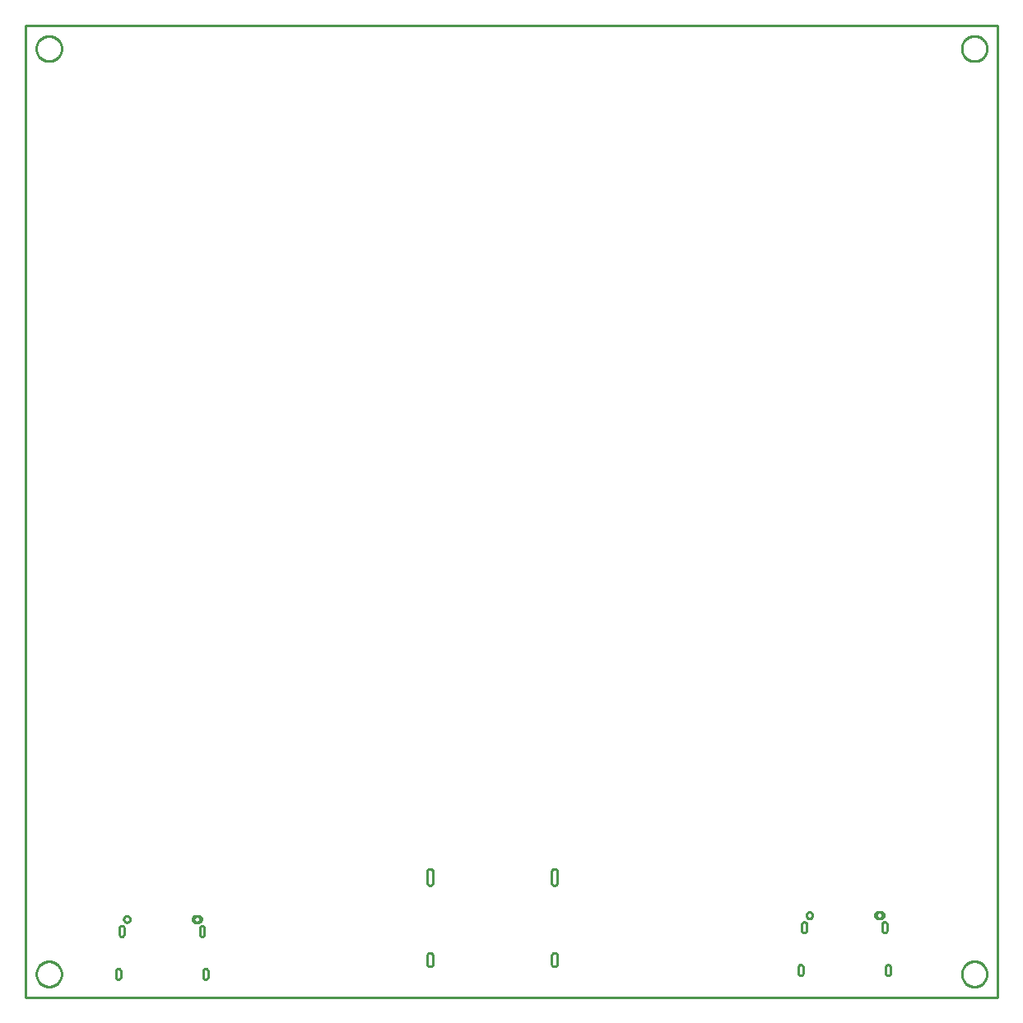
<source format=gbr>
G04 EAGLE Gerber RS-274X export*
G75*
%MOMM*%
%FSLAX34Y34*%
%LPD*%
%IN*%
%IPPOS*%
%AMOC8*
5,1,8,0,0,1.08239X$1,22.5*%
G01*
%ADD10C,0.254000*%


D10*
X0Y0D02*
X1000000Y0D01*
X1000000Y1000000D01*
X0Y1000000D01*
X0Y0D01*
X541000Y118250D02*
X541011Y117989D01*
X541046Y117729D01*
X541102Y117474D01*
X541181Y117224D01*
X541281Y116982D01*
X541402Y116750D01*
X541543Y116529D01*
X541702Y116322D01*
X541879Y116129D01*
X542072Y115952D01*
X542279Y115793D01*
X542500Y115652D01*
X542732Y115531D01*
X542974Y115431D01*
X543224Y115352D01*
X543479Y115296D01*
X543739Y115261D01*
X544000Y115250D01*
X544261Y115261D01*
X544521Y115296D01*
X544776Y115352D01*
X545026Y115431D01*
X545268Y115531D01*
X545500Y115652D01*
X545721Y115793D01*
X545928Y115952D01*
X546121Y116129D01*
X546298Y116322D01*
X546457Y116529D01*
X546598Y116750D01*
X546719Y116982D01*
X546819Y117224D01*
X546898Y117474D01*
X546954Y117729D01*
X546989Y117989D01*
X547000Y118250D01*
X547000Y129250D01*
X546989Y129511D01*
X546954Y129771D01*
X546898Y130026D01*
X546819Y130276D01*
X546719Y130518D01*
X546598Y130750D01*
X546457Y130971D01*
X546298Y131178D01*
X546121Y131371D01*
X545928Y131548D01*
X545721Y131707D01*
X545500Y131848D01*
X545268Y131969D01*
X545026Y132069D01*
X544776Y132148D01*
X544521Y132204D01*
X544261Y132239D01*
X544000Y132250D01*
X543739Y132239D01*
X543479Y132204D01*
X543224Y132148D01*
X542974Y132069D01*
X542732Y131969D01*
X542500Y131848D01*
X542279Y131707D01*
X542072Y131548D01*
X541879Y131371D01*
X541702Y131178D01*
X541543Y130971D01*
X541402Y130750D01*
X541281Y130518D01*
X541181Y130276D01*
X541102Y130026D01*
X541046Y129771D01*
X541011Y129511D01*
X541000Y129250D01*
X541000Y118250D01*
X179000Y65100D02*
X179010Y64882D01*
X179038Y64666D01*
X179085Y64453D01*
X179151Y64245D01*
X179234Y64043D01*
X179335Y63850D01*
X179452Y63666D01*
X179585Y63493D01*
X179732Y63332D01*
X179893Y63185D01*
X180066Y63052D01*
X180250Y62935D01*
X180443Y62834D01*
X180645Y62751D01*
X180853Y62685D01*
X181066Y62638D01*
X181282Y62610D01*
X181500Y62600D01*
X181718Y62610D01*
X181934Y62638D01*
X182147Y62685D01*
X182355Y62751D01*
X182557Y62834D01*
X182750Y62935D01*
X182934Y63052D01*
X183107Y63185D01*
X183268Y63332D01*
X183415Y63493D01*
X183548Y63666D01*
X183665Y63850D01*
X183766Y64043D01*
X183849Y64245D01*
X183915Y64453D01*
X183962Y64666D01*
X183991Y64882D01*
X184000Y65100D01*
X184000Y71100D01*
X183991Y71318D01*
X183962Y71534D01*
X183915Y71747D01*
X183849Y71955D01*
X183766Y72157D01*
X183665Y72350D01*
X183548Y72534D01*
X183415Y72707D01*
X183268Y72868D01*
X183107Y73015D01*
X182934Y73148D01*
X182750Y73265D01*
X182557Y73366D01*
X182355Y73449D01*
X182147Y73515D01*
X181934Y73562D01*
X181718Y73591D01*
X181500Y73600D01*
X181282Y73591D01*
X181066Y73562D01*
X180853Y73515D01*
X180645Y73449D01*
X180443Y73366D01*
X180250Y73265D01*
X180066Y73148D01*
X179893Y73015D01*
X179732Y72868D01*
X179585Y72707D01*
X179452Y72534D01*
X179335Y72350D01*
X179234Y72157D01*
X179151Y71955D01*
X179085Y71747D01*
X179038Y71534D01*
X179010Y71318D01*
X179000Y71100D01*
X179000Y65100D01*
X182600Y21100D02*
X182610Y20882D01*
X182638Y20666D01*
X182685Y20453D01*
X182751Y20245D01*
X182834Y20043D01*
X182935Y19850D01*
X183052Y19666D01*
X183185Y19493D01*
X183332Y19332D01*
X183493Y19185D01*
X183666Y19052D01*
X183850Y18935D01*
X184043Y18834D01*
X184245Y18751D01*
X184453Y18685D01*
X184666Y18638D01*
X184882Y18610D01*
X185100Y18600D01*
X185318Y18610D01*
X185534Y18638D01*
X185747Y18685D01*
X185955Y18751D01*
X186157Y18834D01*
X186350Y18935D01*
X186534Y19052D01*
X186707Y19185D01*
X186868Y19332D01*
X187015Y19493D01*
X187148Y19666D01*
X187265Y19850D01*
X187366Y20043D01*
X187449Y20245D01*
X187515Y20453D01*
X187562Y20666D01*
X187591Y20882D01*
X187600Y21100D01*
X187600Y27100D01*
X187591Y27318D01*
X187562Y27534D01*
X187515Y27747D01*
X187449Y27955D01*
X187366Y28157D01*
X187265Y28350D01*
X187148Y28534D01*
X187015Y28707D01*
X186868Y28868D01*
X186707Y29015D01*
X186534Y29148D01*
X186350Y29265D01*
X186157Y29366D01*
X185955Y29449D01*
X185747Y29515D01*
X185534Y29562D01*
X185318Y29591D01*
X185100Y29600D01*
X184882Y29591D01*
X184666Y29562D01*
X184453Y29515D01*
X184245Y29449D01*
X184043Y29366D01*
X183850Y29265D01*
X183666Y29148D01*
X183493Y29015D01*
X183332Y28868D01*
X183185Y28707D01*
X183052Y28534D01*
X182935Y28350D01*
X182834Y28157D01*
X182751Y27955D01*
X182685Y27747D01*
X182638Y27534D01*
X182610Y27318D01*
X182600Y27100D01*
X182600Y21100D01*
X873550Y84500D02*
X873562Y84217D01*
X873599Y83936D01*
X873661Y83659D01*
X873746Y83388D01*
X873855Y83127D01*
X873985Y82875D01*
X874138Y82636D01*
X874310Y82411D01*
X874502Y82202D01*
X874711Y82010D01*
X874936Y81838D01*
X875175Y81685D01*
X875427Y81555D01*
X875688Y81446D01*
X875959Y81361D01*
X876236Y81299D01*
X876517Y81262D01*
X876800Y81250D01*
X879800Y81250D01*
X880083Y81262D01*
X880364Y81299D01*
X880641Y81361D01*
X880912Y81446D01*
X881174Y81555D01*
X881425Y81685D01*
X881664Y81838D01*
X881889Y82010D01*
X882098Y82202D01*
X882290Y82411D01*
X882462Y82636D01*
X882615Y82875D01*
X882746Y83127D01*
X882854Y83388D01*
X882939Y83659D01*
X883001Y83936D01*
X883038Y84217D01*
X883050Y84500D01*
X883038Y84783D01*
X883001Y85064D01*
X882939Y85341D01*
X882854Y85612D01*
X882746Y85874D01*
X882615Y86125D01*
X882462Y86364D01*
X882290Y86589D01*
X882098Y86798D01*
X881889Y86990D01*
X881664Y87162D01*
X881425Y87315D01*
X881174Y87446D01*
X880912Y87554D01*
X880641Y87639D01*
X880364Y87701D01*
X880083Y87738D01*
X879800Y87750D01*
X876800Y87750D01*
X876517Y87738D01*
X876236Y87701D01*
X875959Y87639D01*
X875688Y87554D01*
X875427Y87446D01*
X875175Y87315D01*
X874936Y87162D01*
X874711Y86990D01*
X874502Y86798D01*
X874310Y86589D01*
X874138Y86364D01*
X873985Y86125D01*
X873855Y85874D01*
X873746Y85612D01*
X873661Y85341D01*
X873599Y85064D01*
X873562Y84783D01*
X873550Y84500D01*
X881100Y69100D02*
X881110Y68882D01*
X881138Y68666D01*
X881185Y68453D01*
X881251Y68245D01*
X881334Y68043D01*
X881435Y67850D01*
X881552Y67666D01*
X881685Y67493D01*
X881832Y67332D01*
X881993Y67185D01*
X882166Y67052D01*
X882350Y66935D01*
X882543Y66834D01*
X882745Y66751D01*
X882953Y66685D01*
X883166Y66638D01*
X883382Y66610D01*
X883600Y66600D01*
X883818Y66610D01*
X884034Y66638D01*
X884247Y66685D01*
X884455Y66751D01*
X884657Y66834D01*
X884850Y66935D01*
X885034Y67052D01*
X885207Y67185D01*
X885368Y67332D01*
X885515Y67493D01*
X885648Y67666D01*
X885765Y67850D01*
X885866Y68043D01*
X885949Y68245D01*
X886015Y68453D01*
X886062Y68666D01*
X886091Y68882D01*
X886100Y69100D01*
X886100Y75100D01*
X886091Y75318D01*
X886062Y75534D01*
X886015Y75747D01*
X885949Y75955D01*
X885866Y76157D01*
X885765Y76350D01*
X885648Y76534D01*
X885515Y76707D01*
X885368Y76868D01*
X885207Y77015D01*
X885034Y77148D01*
X884850Y77265D01*
X884657Y77366D01*
X884455Y77449D01*
X884247Y77515D01*
X884034Y77562D01*
X883818Y77591D01*
X883600Y77600D01*
X883382Y77591D01*
X883166Y77562D01*
X882953Y77515D01*
X882745Y77449D01*
X882543Y77366D01*
X882350Y77265D01*
X882166Y77148D01*
X881993Y77015D01*
X881832Y76868D01*
X881685Y76707D01*
X881552Y76534D01*
X881435Y76350D01*
X881334Y76157D01*
X881251Y75955D01*
X881185Y75747D01*
X881138Y75534D01*
X881110Y75318D01*
X881100Y75100D01*
X881100Y69100D01*
X798500Y69100D02*
X798510Y68882D01*
X798538Y68666D01*
X798585Y68453D01*
X798651Y68245D01*
X798734Y68043D01*
X798835Y67850D01*
X798952Y67666D01*
X799085Y67493D01*
X799232Y67332D01*
X799393Y67185D01*
X799566Y67052D01*
X799750Y66935D01*
X799943Y66834D01*
X800145Y66751D01*
X800353Y66685D01*
X800566Y66638D01*
X800782Y66610D01*
X801000Y66600D01*
X801218Y66610D01*
X801434Y66638D01*
X801647Y66685D01*
X801855Y66751D01*
X802057Y66834D01*
X802250Y66935D01*
X802434Y67052D01*
X802607Y67185D01*
X802768Y67332D01*
X802915Y67493D01*
X803048Y67666D01*
X803165Y67850D01*
X803266Y68043D01*
X803349Y68245D01*
X803415Y68453D01*
X803462Y68666D01*
X803491Y68882D01*
X803500Y69100D01*
X803500Y75100D01*
X803491Y75318D01*
X803462Y75534D01*
X803415Y75747D01*
X803349Y75955D01*
X803266Y76157D01*
X803165Y76350D01*
X803048Y76534D01*
X802915Y76707D01*
X802768Y76868D01*
X802607Y77015D01*
X802434Y77148D01*
X802250Y77265D01*
X802057Y77366D01*
X801855Y77449D01*
X801647Y77515D01*
X801434Y77562D01*
X801218Y77591D01*
X801000Y77600D01*
X800782Y77591D01*
X800566Y77562D01*
X800353Y77515D01*
X800145Y77449D01*
X799943Y77366D01*
X799750Y77265D01*
X799566Y77148D01*
X799393Y77015D01*
X799232Y76868D01*
X799085Y76707D01*
X798952Y76534D01*
X798835Y76350D01*
X798734Y76157D01*
X798651Y75955D01*
X798585Y75747D01*
X798538Y75534D01*
X798510Y75318D01*
X798500Y75100D01*
X798500Y69100D01*
X884700Y25100D02*
X884710Y24882D01*
X884738Y24666D01*
X884785Y24453D01*
X884851Y24245D01*
X884934Y24043D01*
X885035Y23850D01*
X885152Y23666D01*
X885285Y23493D01*
X885432Y23332D01*
X885593Y23185D01*
X885766Y23052D01*
X885950Y22935D01*
X886143Y22834D01*
X886345Y22751D01*
X886553Y22685D01*
X886766Y22638D01*
X886982Y22610D01*
X887200Y22600D01*
X887418Y22610D01*
X887634Y22638D01*
X887847Y22685D01*
X888055Y22751D01*
X888257Y22834D01*
X888450Y22935D01*
X888634Y23052D01*
X888807Y23185D01*
X888968Y23332D01*
X889115Y23493D01*
X889248Y23666D01*
X889365Y23850D01*
X889466Y24043D01*
X889549Y24245D01*
X889615Y24453D01*
X889662Y24666D01*
X889691Y24882D01*
X889700Y25100D01*
X889700Y31100D01*
X889691Y31318D01*
X889662Y31534D01*
X889615Y31747D01*
X889549Y31955D01*
X889466Y32157D01*
X889365Y32350D01*
X889248Y32534D01*
X889115Y32707D01*
X888968Y32868D01*
X888807Y33015D01*
X888634Y33148D01*
X888450Y33265D01*
X888257Y33366D01*
X888055Y33449D01*
X887847Y33515D01*
X887634Y33562D01*
X887418Y33591D01*
X887200Y33600D01*
X886982Y33591D01*
X886766Y33562D01*
X886553Y33515D01*
X886345Y33449D01*
X886143Y33366D01*
X885950Y33265D01*
X885766Y33148D01*
X885593Y33015D01*
X885432Y32868D01*
X885285Y32707D01*
X885152Y32534D01*
X885035Y32350D01*
X884934Y32157D01*
X884851Y31955D01*
X884785Y31747D01*
X884738Y31534D01*
X884710Y31318D01*
X884700Y31100D01*
X884700Y25100D01*
X794900Y25100D02*
X794910Y24882D01*
X794938Y24666D01*
X794985Y24453D01*
X795051Y24245D01*
X795134Y24043D01*
X795235Y23850D01*
X795352Y23666D01*
X795485Y23493D01*
X795632Y23332D01*
X795793Y23185D01*
X795966Y23052D01*
X796150Y22935D01*
X796343Y22834D01*
X796545Y22751D01*
X796753Y22685D01*
X796966Y22638D01*
X797182Y22610D01*
X797400Y22600D01*
X797618Y22610D01*
X797834Y22638D01*
X798047Y22685D01*
X798255Y22751D01*
X798457Y22834D01*
X798650Y22935D01*
X798834Y23052D01*
X799007Y23185D01*
X799168Y23332D01*
X799315Y23493D01*
X799448Y23666D01*
X799565Y23850D01*
X799666Y24043D01*
X799749Y24245D01*
X799815Y24453D01*
X799862Y24666D01*
X799891Y24882D01*
X799900Y25100D01*
X799900Y31100D01*
X799891Y31318D01*
X799862Y31534D01*
X799815Y31747D01*
X799749Y31955D01*
X799666Y32157D01*
X799565Y32350D01*
X799448Y32534D01*
X799315Y32707D01*
X799168Y32868D01*
X799007Y33015D01*
X798834Y33148D01*
X798650Y33265D01*
X798457Y33366D01*
X798255Y33449D01*
X798047Y33515D01*
X797834Y33562D01*
X797618Y33591D01*
X797400Y33600D01*
X797182Y33591D01*
X796966Y33562D01*
X796753Y33515D01*
X796545Y33449D01*
X796343Y33366D01*
X796150Y33265D01*
X795966Y33148D01*
X795793Y33015D01*
X795632Y32868D01*
X795485Y32707D01*
X795352Y32534D01*
X795235Y32350D01*
X795134Y32157D01*
X795051Y31955D01*
X794985Y31747D01*
X794938Y31534D01*
X794910Y31318D01*
X794900Y31100D01*
X794900Y25100D01*
X413000Y118250D02*
X413011Y117989D01*
X413046Y117729D01*
X413102Y117474D01*
X413181Y117224D01*
X413281Y116982D01*
X413402Y116750D01*
X413543Y116529D01*
X413702Y116322D01*
X413879Y116129D01*
X414072Y115952D01*
X414279Y115793D01*
X414500Y115652D01*
X414732Y115531D01*
X414974Y115431D01*
X415224Y115352D01*
X415479Y115296D01*
X415739Y115261D01*
X416000Y115250D01*
X416261Y115261D01*
X416521Y115296D01*
X416776Y115352D01*
X417026Y115431D01*
X417268Y115531D01*
X417500Y115652D01*
X417721Y115793D01*
X417928Y115952D01*
X418121Y116129D01*
X418298Y116322D01*
X418457Y116529D01*
X418598Y116750D01*
X418719Y116982D01*
X418819Y117224D01*
X418898Y117474D01*
X418954Y117729D01*
X418989Y117989D01*
X419000Y118250D01*
X419000Y129250D01*
X418989Y129511D01*
X418954Y129771D01*
X418898Y130026D01*
X418819Y130276D01*
X418719Y130518D01*
X418598Y130750D01*
X418457Y130971D01*
X418298Y131178D01*
X418121Y131371D01*
X417928Y131548D01*
X417721Y131707D01*
X417500Y131848D01*
X417268Y131969D01*
X417026Y132069D01*
X416776Y132148D01*
X416521Y132204D01*
X416261Y132239D01*
X416000Y132250D01*
X415739Y132239D01*
X415479Y132204D01*
X415224Y132148D01*
X414974Y132069D01*
X414732Y131969D01*
X414500Y131848D01*
X414279Y131707D01*
X414072Y131548D01*
X413879Y131371D01*
X413702Y131178D01*
X413543Y130971D01*
X413402Y130750D01*
X413281Y130518D01*
X413181Y130276D01*
X413102Y130026D01*
X413046Y129771D01*
X413011Y129511D01*
X413000Y129250D01*
X413000Y118250D01*
X541000Y34750D02*
X541011Y34489D01*
X541046Y34229D01*
X541102Y33974D01*
X541181Y33724D01*
X541281Y33482D01*
X541402Y33250D01*
X541543Y33029D01*
X541702Y32822D01*
X541879Y32629D01*
X542072Y32452D01*
X542279Y32293D01*
X542500Y32152D01*
X542732Y32031D01*
X542974Y31931D01*
X543224Y31852D01*
X543479Y31796D01*
X543739Y31761D01*
X544000Y31750D01*
X544261Y31761D01*
X544521Y31796D01*
X544776Y31852D01*
X545026Y31931D01*
X545268Y32031D01*
X545500Y32152D01*
X545721Y32293D01*
X545928Y32452D01*
X546121Y32629D01*
X546298Y32822D01*
X546457Y33029D01*
X546598Y33250D01*
X546719Y33482D01*
X546819Y33724D01*
X546898Y33974D01*
X546954Y34229D01*
X546989Y34489D01*
X547000Y34750D01*
X547000Y42750D01*
X546989Y43011D01*
X546954Y43271D01*
X546898Y43526D01*
X546819Y43776D01*
X546719Y44018D01*
X546598Y44250D01*
X546457Y44471D01*
X546298Y44678D01*
X546121Y44871D01*
X545928Y45048D01*
X545721Y45207D01*
X545500Y45348D01*
X545268Y45469D01*
X545026Y45569D01*
X544776Y45648D01*
X544521Y45704D01*
X544261Y45739D01*
X544000Y45750D01*
X543739Y45739D01*
X543479Y45704D01*
X543224Y45648D01*
X542974Y45569D01*
X542732Y45469D01*
X542500Y45348D01*
X542279Y45207D01*
X542072Y45048D01*
X541879Y44871D01*
X541702Y44678D01*
X541543Y44471D01*
X541402Y44250D01*
X541281Y44018D01*
X541181Y43776D01*
X541102Y43526D01*
X541046Y43271D01*
X541011Y43011D01*
X541000Y42750D01*
X541000Y34750D01*
X413000Y34750D02*
X413011Y34489D01*
X413046Y34229D01*
X413102Y33974D01*
X413181Y33724D01*
X413281Y33482D01*
X413402Y33250D01*
X413543Y33029D01*
X413702Y32822D01*
X413879Y32629D01*
X414072Y32452D01*
X414279Y32293D01*
X414500Y32152D01*
X414732Y32031D01*
X414974Y31931D01*
X415224Y31852D01*
X415479Y31796D01*
X415739Y31761D01*
X416000Y31750D01*
X416261Y31761D01*
X416521Y31796D01*
X416776Y31852D01*
X417026Y31931D01*
X417268Y32031D01*
X417500Y32152D01*
X417721Y32293D01*
X417928Y32452D01*
X418121Y32629D01*
X418298Y32822D01*
X418457Y33029D01*
X418598Y33250D01*
X418719Y33482D01*
X418819Y33724D01*
X418898Y33974D01*
X418954Y34229D01*
X418989Y34489D01*
X419000Y34750D01*
X419000Y42750D01*
X418989Y43011D01*
X418954Y43271D01*
X418898Y43526D01*
X418819Y43776D01*
X418719Y44018D01*
X418598Y44250D01*
X418457Y44471D01*
X418298Y44678D01*
X418121Y44871D01*
X417928Y45048D01*
X417721Y45207D01*
X417500Y45348D01*
X417268Y45469D01*
X417026Y45569D01*
X416776Y45648D01*
X416521Y45704D01*
X416261Y45739D01*
X416000Y45750D01*
X415739Y45739D01*
X415479Y45704D01*
X415224Y45648D01*
X414974Y45569D01*
X414732Y45469D01*
X414500Y45348D01*
X414279Y45207D01*
X414072Y45048D01*
X413879Y44871D01*
X413702Y44678D01*
X413543Y44471D01*
X413402Y44250D01*
X413281Y44018D01*
X413181Y43776D01*
X413102Y43526D01*
X413046Y43271D01*
X413011Y43011D01*
X413000Y42750D01*
X413000Y34750D01*
X96400Y65100D02*
X96410Y64882D01*
X96438Y64666D01*
X96485Y64453D01*
X96551Y64245D01*
X96634Y64043D01*
X96735Y63850D01*
X96852Y63666D01*
X96985Y63493D01*
X97132Y63332D01*
X97293Y63185D01*
X97466Y63052D01*
X97650Y62935D01*
X97843Y62834D01*
X98045Y62751D01*
X98253Y62685D01*
X98466Y62638D01*
X98682Y62610D01*
X98900Y62600D01*
X99118Y62610D01*
X99334Y62638D01*
X99547Y62685D01*
X99755Y62751D01*
X99957Y62834D01*
X100150Y62935D01*
X100334Y63052D01*
X100507Y63185D01*
X100668Y63332D01*
X100815Y63493D01*
X100948Y63666D01*
X101065Y63850D01*
X101166Y64043D01*
X101249Y64245D01*
X101315Y64453D01*
X101362Y64666D01*
X101391Y64882D01*
X101400Y65100D01*
X101400Y71100D01*
X101391Y71318D01*
X101362Y71534D01*
X101315Y71747D01*
X101249Y71955D01*
X101166Y72157D01*
X101065Y72350D01*
X100948Y72534D01*
X100815Y72707D01*
X100668Y72868D01*
X100507Y73015D01*
X100334Y73148D01*
X100150Y73265D01*
X99957Y73366D01*
X99755Y73449D01*
X99547Y73515D01*
X99334Y73562D01*
X99118Y73591D01*
X98900Y73600D01*
X98682Y73591D01*
X98466Y73562D01*
X98253Y73515D01*
X98045Y73449D01*
X97843Y73366D01*
X97650Y73265D01*
X97466Y73148D01*
X97293Y73015D01*
X97132Y72868D01*
X96985Y72707D01*
X96852Y72534D01*
X96735Y72350D01*
X96634Y72157D01*
X96551Y71955D01*
X96485Y71747D01*
X96438Y71534D01*
X96410Y71318D01*
X96400Y71100D01*
X96400Y65100D01*
X92800Y21100D02*
X92810Y20882D01*
X92838Y20666D01*
X92885Y20453D01*
X92951Y20245D01*
X93034Y20043D01*
X93135Y19850D01*
X93252Y19666D01*
X93385Y19493D01*
X93532Y19332D01*
X93693Y19185D01*
X93866Y19052D01*
X94050Y18935D01*
X94243Y18834D01*
X94445Y18751D01*
X94653Y18685D01*
X94866Y18638D01*
X95082Y18610D01*
X95300Y18600D01*
X95518Y18610D01*
X95734Y18638D01*
X95947Y18685D01*
X96155Y18751D01*
X96357Y18834D01*
X96550Y18935D01*
X96734Y19052D01*
X96907Y19185D01*
X97068Y19332D01*
X97215Y19493D01*
X97348Y19666D01*
X97465Y19850D01*
X97566Y20043D01*
X97649Y20245D01*
X97715Y20453D01*
X97762Y20666D01*
X97791Y20882D01*
X97800Y21100D01*
X97800Y27100D01*
X97791Y27318D01*
X97762Y27534D01*
X97715Y27747D01*
X97649Y27955D01*
X97566Y28157D01*
X97465Y28350D01*
X97348Y28534D01*
X97215Y28707D01*
X97068Y28868D01*
X96907Y29015D01*
X96734Y29148D01*
X96550Y29265D01*
X96357Y29366D01*
X96155Y29449D01*
X95947Y29515D01*
X95734Y29562D01*
X95518Y29591D01*
X95300Y29600D01*
X95082Y29591D01*
X94866Y29562D01*
X94653Y29515D01*
X94445Y29449D01*
X94243Y29366D01*
X94050Y29265D01*
X93866Y29148D01*
X93693Y29015D01*
X93532Y28868D01*
X93385Y28707D01*
X93252Y28534D01*
X93135Y28350D01*
X93034Y28157D01*
X92951Y27955D01*
X92885Y27747D01*
X92838Y27534D01*
X92810Y27318D01*
X92800Y27100D01*
X92800Y21100D01*
X171450Y80500D02*
X171462Y80217D01*
X171499Y79936D01*
X171561Y79659D01*
X171646Y79388D01*
X171755Y79127D01*
X171885Y78875D01*
X172038Y78636D01*
X172210Y78411D01*
X172402Y78202D01*
X172611Y78010D01*
X172836Y77838D01*
X173075Y77685D01*
X173327Y77555D01*
X173588Y77446D01*
X173859Y77361D01*
X174136Y77299D01*
X174417Y77262D01*
X174700Y77250D01*
X177700Y77250D01*
X177983Y77262D01*
X178264Y77299D01*
X178541Y77361D01*
X178812Y77446D01*
X179074Y77555D01*
X179325Y77685D01*
X179564Y77838D01*
X179789Y78010D01*
X179998Y78202D01*
X180190Y78411D01*
X180362Y78636D01*
X180515Y78875D01*
X180646Y79127D01*
X180754Y79388D01*
X180839Y79659D01*
X180901Y79936D01*
X180938Y80217D01*
X180950Y80500D01*
X180938Y80783D01*
X180901Y81064D01*
X180839Y81341D01*
X180754Y81612D01*
X180646Y81874D01*
X180515Y82125D01*
X180362Y82364D01*
X180190Y82589D01*
X179998Y82798D01*
X179789Y82990D01*
X179564Y83162D01*
X179325Y83315D01*
X179074Y83446D01*
X178812Y83554D01*
X178541Y83639D01*
X178264Y83701D01*
X177983Y83738D01*
X177700Y83750D01*
X174700Y83750D01*
X174417Y83738D01*
X174136Y83701D01*
X173859Y83639D01*
X173588Y83554D01*
X173327Y83446D01*
X173075Y83315D01*
X172836Y83162D01*
X172611Y82990D01*
X172402Y82798D01*
X172210Y82589D01*
X172038Y82364D01*
X171885Y82125D01*
X171755Y81874D01*
X171646Y81612D01*
X171561Y81341D01*
X171499Y81064D01*
X171462Y80783D01*
X171450Y80500D01*
X37000Y975536D02*
X36934Y974609D01*
X36802Y973690D01*
X36604Y972783D01*
X36343Y971892D01*
X36018Y971022D01*
X35632Y970177D01*
X35187Y969362D01*
X34685Y968581D01*
X34129Y967838D01*
X33521Y967136D01*
X32864Y966479D01*
X32162Y965871D01*
X31419Y965315D01*
X30638Y964813D01*
X29823Y964368D01*
X28978Y963982D01*
X28108Y963657D01*
X27217Y963396D01*
X26310Y963198D01*
X25391Y963066D01*
X24464Y963000D01*
X23536Y963000D01*
X22609Y963066D01*
X21690Y963198D01*
X20783Y963396D01*
X19892Y963657D01*
X19022Y963982D01*
X18177Y964368D01*
X17362Y964813D01*
X16581Y965315D01*
X15838Y965871D01*
X15136Y966479D01*
X14479Y967136D01*
X13871Y967838D01*
X13315Y968581D01*
X12813Y969362D01*
X12368Y970177D01*
X11982Y971022D01*
X11657Y971892D01*
X11396Y972783D01*
X11198Y973690D01*
X11066Y974609D01*
X11000Y975536D01*
X11000Y976464D01*
X11066Y977391D01*
X11198Y978310D01*
X11396Y979217D01*
X11657Y980108D01*
X11982Y980978D01*
X12368Y981823D01*
X12813Y982638D01*
X13315Y983419D01*
X13871Y984162D01*
X14479Y984864D01*
X15136Y985521D01*
X15838Y986129D01*
X16581Y986685D01*
X17362Y987187D01*
X18177Y987632D01*
X19022Y988018D01*
X19892Y988343D01*
X20783Y988604D01*
X21690Y988802D01*
X22609Y988934D01*
X23536Y989000D01*
X24464Y989000D01*
X25391Y988934D01*
X26310Y988802D01*
X27217Y988604D01*
X28108Y988343D01*
X28978Y988018D01*
X29823Y987632D01*
X30638Y987187D01*
X31419Y986685D01*
X32162Y986129D01*
X32864Y985521D01*
X33521Y984864D01*
X34129Y984162D01*
X34685Y983419D01*
X35187Y982638D01*
X35632Y981823D01*
X36018Y980978D01*
X36343Y980108D01*
X36604Y979217D01*
X36802Y978310D01*
X36934Y977391D01*
X37000Y976464D01*
X37000Y975536D01*
X37000Y23536D02*
X36934Y22609D01*
X36802Y21690D01*
X36604Y20783D01*
X36343Y19892D01*
X36018Y19022D01*
X35632Y18177D01*
X35187Y17362D01*
X34685Y16581D01*
X34129Y15838D01*
X33521Y15136D01*
X32864Y14479D01*
X32162Y13871D01*
X31419Y13315D01*
X30638Y12813D01*
X29823Y12368D01*
X28978Y11982D01*
X28108Y11657D01*
X27217Y11396D01*
X26310Y11198D01*
X25391Y11066D01*
X24464Y11000D01*
X23536Y11000D01*
X22609Y11066D01*
X21690Y11198D01*
X20783Y11396D01*
X19892Y11657D01*
X19022Y11982D01*
X18177Y12368D01*
X17362Y12813D01*
X16581Y13315D01*
X15838Y13871D01*
X15136Y14479D01*
X14479Y15136D01*
X13871Y15838D01*
X13315Y16581D01*
X12813Y17362D01*
X12368Y18177D01*
X11982Y19022D01*
X11657Y19892D01*
X11396Y20783D01*
X11198Y21690D01*
X11066Y22609D01*
X11000Y23536D01*
X11000Y24464D01*
X11066Y25391D01*
X11198Y26310D01*
X11396Y27217D01*
X11657Y28108D01*
X11982Y28978D01*
X12368Y29823D01*
X12813Y30638D01*
X13315Y31419D01*
X13871Y32162D01*
X14479Y32864D01*
X15136Y33521D01*
X15838Y34129D01*
X16581Y34685D01*
X17362Y35187D01*
X18177Y35632D01*
X19022Y36018D01*
X19892Y36343D01*
X20783Y36604D01*
X21690Y36802D01*
X22609Y36934D01*
X23536Y37000D01*
X24464Y37000D01*
X25391Y36934D01*
X26310Y36802D01*
X27217Y36604D01*
X28108Y36343D01*
X28978Y36018D01*
X29823Y35632D01*
X30638Y35187D01*
X31419Y34685D01*
X32162Y34129D01*
X32864Y33521D01*
X33521Y32864D01*
X34129Y32162D01*
X34685Y31419D01*
X35187Y30638D01*
X35632Y29823D01*
X36018Y28978D01*
X36343Y28108D01*
X36604Y27217D01*
X36802Y26310D01*
X36934Y25391D01*
X37000Y24464D01*
X37000Y23536D01*
X989000Y23536D02*
X988934Y22609D01*
X988802Y21690D01*
X988604Y20783D01*
X988343Y19892D01*
X988018Y19022D01*
X987632Y18177D01*
X987187Y17362D01*
X986685Y16581D01*
X986129Y15838D01*
X985521Y15136D01*
X984864Y14479D01*
X984162Y13871D01*
X983419Y13315D01*
X982638Y12813D01*
X981823Y12368D01*
X980978Y11982D01*
X980108Y11657D01*
X979217Y11396D01*
X978310Y11198D01*
X977391Y11066D01*
X976464Y11000D01*
X975536Y11000D01*
X974609Y11066D01*
X973690Y11198D01*
X972783Y11396D01*
X971892Y11657D01*
X971022Y11982D01*
X970177Y12368D01*
X969362Y12813D01*
X968581Y13315D01*
X967838Y13871D01*
X967136Y14479D01*
X966479Y15136D01*
X965871Y15838D01*
X965315Y16581D01*
X964813Y17362D01*
X964368Y18177D01*
X963982Y19022D01*
X963657Y19892D01*
X963396Y20783D01*
X963198Y21690D01*
X963066Y22609D01*
X963000Y23536D01*
X963000Y24464D01*
X963066Y25391D01*
X963198Y26310D01*
X963396Y27217D01*
X963657Y28108D01*
X963982Y28978D01*
X964368Y29823D01*
X964813Y30638D01*
X965315Y31419D01*
X965871Y32162D01*
X966479Y32864D01*
X967136Y33521D01*
X967838Y34129D01*
X968581Y34685D01*
X969362Y35187D01*
X970177Y35632D01*
X971022Y36018D01*
X971892Y36343D01*
X972783Y36604D01*
X973690Y36802D01*
X974609Y36934D01*
X975536Y37000D01*
X976464Y37000D01*
X977391Y36934D01*
X978310Y36802D01*
X979217Y36604D01*
X980108Y36343D01*
X980978Y36018D01*
X981823Y35632D01*
X982638Y35187D01*
X983419Y34685D01*
X984162Y34129D01*
X984864Y33521D01*
X985521Y32864D01*
X986129Y32162D01*
X986685Y31419D01*
X987187Y30638D01*
X987632Y29823D01*
X988018Y28978D01*
X988343Y28108D01*
X988604Y27217D01*
X988802Y26310D01*
X988934Y25391D01*
X989000Y24464D01*
X989000Y23536D01*
X989000Y975536D02*
X988934Y974609D01*
X988802Y973690D01*
X988604Y972783D01*
X988343Y971892D01*
X988018Y971022D01*
X987632Y970177D01*
X987187Y969362D01*
X986685Y968581D01*
X986129Y967838D01*
X985521Y967136D01*
X984864Y966479D01*
X984162Y965871D01*
X983419Y965315D01*
X982638Y964813D01*
X981823Y964368D01*
X980978Y963982D01*
X980108Y963657D01*
X979217Y963396D01*
X978310Y963198D01*
X977391Y963066D01*
X976464Y963000D01*
X975536Y963000D01*
X974609Y963066D01*
X973690Y963198D01*
X972783Y963396D01*
X971892Y963657D01*
X971022Y963982D01*
X970177Y964368D01*
X969362Y964813D01*
X968581Y965315D01*
X967838Y965871D01*
X967136Y966479D01*
X966479Y967136D01*
X965871Y967838D01*
X965315Y968581D01*
X964813Y969362D01*
X964368Y970177D01*
X963982Y971022D01*
X963657Y971892D01*
X963396Y972783D01*
X963198Y973690D01*
X963066Y974609D01*
X963000Y975536D01*
X963000Y976464D01*
X963066Y977391D01*
X963198Y978310D01*
X963396Y979217D01*
X963657Y980108D01*
X963982Y980978D01*
X964368Y981823D01*
X964813Y982638D01*
X965315Y983419D01*
X965871Y984162D01*
X966479Y984864D01*
X967136Y985521D01*
X967838Y986129D01*
X968581Y986685D01*
X969362Y987187D01*
X970177Y987632D01*
X971022Y988018D01*
X971892Y988343D01*
X972783Y988604D01*
X973690Y988802D01*
X974609Y988934D01*
X975536Y989000D01*
X976464Y989000D01*
X977391Y988934D01*
X978310Y988802D01*
X979217Y988604D01*
X980108Y988343D01*
X980978Y988018D01*
X981823Y987632D01*
X982638Y987187D01*
X983419Y986685D01*
X984162Y986129D01*
X984864Y985521D01*
X985521Y984864D01*
X986129Y984162D01*
X986685Y983419D01*
X987187Y982638D01*
X987632Y981823D01*
X988018Y980978D01*
X988343Y980108D01*
X988604Y979217D01*
X988802Y978310D01*
X988934Y977391D01*
X989000Y976464D01*
X989000Y975536D01*
X179450Y80287D02*
X179394Y79865D01*
X179284Y79453D01*
X179121Y79059D01*
X178908Y78691D01*
X178649Y78353D01*
X178347Y78051D01*
X178009Y77792D01*
X177641Y77579D01*
X177247Y77416D01*
X176835Y77306D01*
X176413Y77250D01*
X175987Y77250D01*
X175565Y77306D01*
X175153Y77416D01*
X174759Y77579D01*
X174391Y77792D01*
X174053Y78051D01*
X173751Y78353D01*
X173492Y78691D01*
X173279Y79059D01*
X173116Y79453D01*
X173006Y79865D01*
X172950Y80287D01*
X172950Y80713D01*
X173006Y81135D01*
X173116Y81547D01*
X173279Y81941D01*
X173492Y82309D01*
X173751Y82647D01*
X174053Y82949D01*
X174391Y83208D01*
X174759Y83421D01*
X175153Y83584D01*
X175565Y83694D01*
X175987Y83750D01*
X176413Y83750D01*
X176835Y83694D01*
X177247Y83584D01*
X177641Y83421D01*
X178009Y83208D01*
X178347Y82949D01*
X178649Y82647D01*
X178908Y82309D01*
X179121Y81941D01*
X179284Y81547D01*
X179394Y81135D01*
X179450Y80713D01*
X179450Y80287D01*
X107450Y80287D02*
X107394Y79865D01*
X107284Y79453D01*
X107121Y79059D01*
X106908Y78691D01*
X106649Y78353D01*
X106347Y78051D01*
X106009Y77792D01*
X105641Y77579D01*
X105247Y77416D01*
X104835Y77306D01*
X104413Y77250D01*
X103987Y77250D01*
X103565Y77306D01*
X103153Y77416D01*
X102759Y77579D01*
X102391Y77792D01*
X102053Y78051D01*
X101751Y78353D01*
X101492Y78691D01*
X101279Y79059D01*
X101116Y79453D01*
X101006Y79865D01*
X100950Y80287D01*
X100950Y80713D01*
X101006Y81135D01*
X101116Y81547D01*
X101279Y81941D01*
X101492Y82309D01*
X101751Y82647D01*
X102053Y82949D01*
X102391Y83208D01*
X102759Y83421D01*
X103153Y83584D01*
X103565Y83694D01*
X103987Y83750D01*
X104413Y83750D01*
X104835Y83694D01*
X105247Y83584D01*
X105641Y83421D01*
X106009Y83208D01*
X106347Y82949D01*
X106649Y82647D01*
X106908Y82309D01*
X107121Y81941D01*
X107284Y81547D01*
X107394Y81135D01*
X107450Y80713D01*
X107450Y80287D01*
X881550Y84287D02*
X881494Y83865D01*
X881384Y83453D01*
X881221Y83059D01*
X881008Y82691D01*
X880749Y82353D01*
X880447Y82051D01*
X880109Y81792D01*
X879741Y81579D01*
X879347Y81416D01*
X878935Y81306D01*
X878513Y81250D01*
X878087Y81250D01*
X877665Y81306D01*
X877253Y81416D01*
X876859Y81579D01*
X876491Y81792D01*
X876153Y82051D01*
X875851Y82353D01*
X875592Y82691D01*
X875379Y83059D01*
X875216Y83453D01*
X875106Y83865D01*
X875050Y84287D01*
X875050Y84713D01*
X875106Y85135D01*
X875216Y85547D01*
X875379Y85941D01*
X875592Y86309D01*
X875851Y86647D01*
X876153Y86949D01*
X876491Y87208D01*
X876859Y87421D01*
X877253Y87584D01*
X877665Y87694D01*
X878087Y87750D01*
X878513Y87750D01*
X878935Y87694D01*
X879347Y87584D01*
X879741Y87421D01*
X880109Y87208D01*
X880447Y86949D01*
X880749Y86647D01*
X881008Y86309D01*
X881221Y85941D01*
X881384Y85547D01*
X881494Y85135D01*
X881550Y84713D01*
X881550Y84287D01*
X809550Y84287D02*
X809494Y83865D01*
X809384Y83453D01*
X809221Y83059D01*
X809008Y82691D01*
X808749Y82353D01*
X808447Y82051D01*
X808109Y81792D01*
X807741Y81579D01*
X807347Y81416D01*
X806935Y81306D01*
X806513Y81250D01*
X806087Y81250D01*
X805665Y81306D01*
X805253Y81416D01*
X804859Y81579D01*
X804491Y81792D01*
X804153Y82051D01*
X803851Y82353D01*
X803592Y82691D01*
X803379Y83059D01*
X803216Y83453D01*
X803106Y83865D01*
X803050Y84287D01*
X803050Y84713D01*
X803106Y85135D01*
X803216Y85547D01*
X803379Y85941D01*
X803592Y86309D01*
X803851Y86647D01*
X804153Y86949D01*
X804491Y87208D01*
X804859Y87421D01*
X805253Y87584D01*
X805665Y87694D01*
X806087Y87750D01*
X806513Y87750D01*
X806935Y87694D01*
X807347Y87584D01*
X807741Y87421D01*
X808109Y87208D01*
X808447Y86949D01*
X808749Y86647D01*
X809008Y86309D01*
X809221Y85941D01*
X809384Y85547D01*
X809494Y85135D01*
X809550Y84713D01*
X809550Y84287D01*
M02*

</source>
